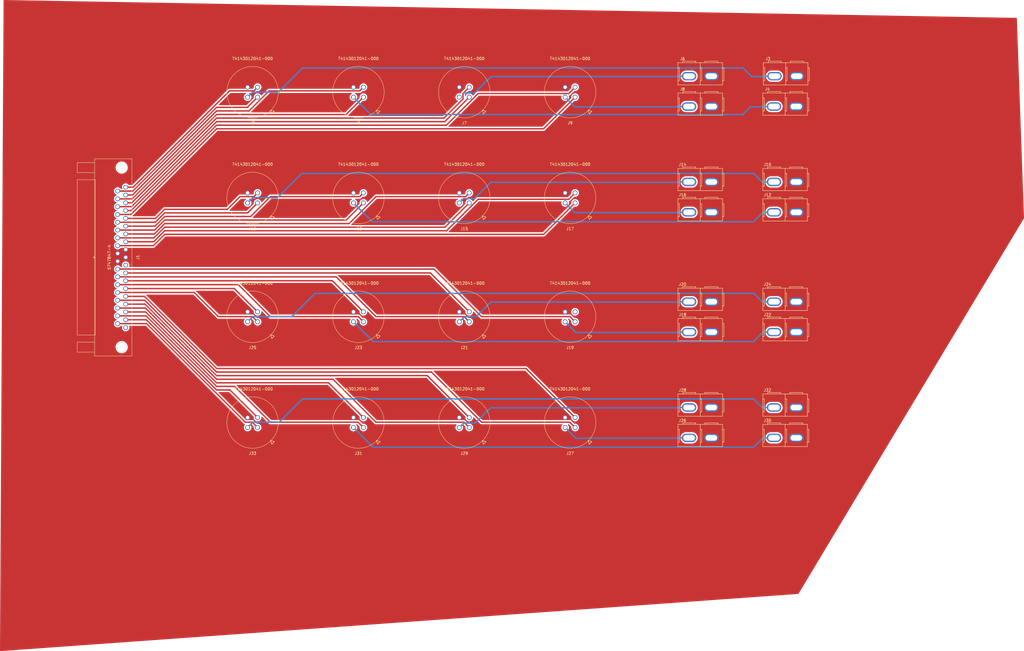
<source format=kicad_pcb>
(kicad_pcb (version 20221018) (generator pcbnew)
  (title_block (title "Voltage Input Breakout Board") (date "2023-03-24") (rev "C") (company "Missouri S&T Rocket Design Team") (comment 3 "Advisors: Jacob King, Seth Sievers") (comment 4 "Author: Andrew Matteson"))
  (layers (0 "F.Cu" signal) (31 "B.Cu" signal) (34 "B.Paste" user) (35 "F.Paste" user) (36 "B.SilkS" user "B.Silkscreen") (37 "F.SilkS" user "F.Silkscreen") (38 "B.Mask" user) (39 "F.Mask" user) (44 "Edge.Cuts" user))
  (net 0 "")
  (net 2 "/Al15+")
  (net 3 "/Al14+")
  (net 4 "/Al13+")
  (net 5 "/Al12+")
  (net 6 "/Al11+")
  (net 7 "/Al10+")
  (net 8 "/Al9+")
  (net 9 "/Al8+")
  (net 10 "GND")
  (net 11 "/Al7+")
  (net 12 "/Al6+")
  (net 13 "/Al5+")
  (net 14 "/Al4+")
  (net 15 "/Al3+")
  (net 16 "/Al2+")
  (net 17 "/Al1+")
  (net 18 "/Al0+")
  (net 19 "/Al15-")
  (net 20 "/Al14-")
  (net 21 "/Al13-")
  (net 22 "/Al12-")
  (net 23 "/Al11-")
  (net 24 "/Al10-")
  (net 25 "/Al9-")
  (net 26 "/Al8-")
  (net 27 "/Al7-")
  (net 28 "/Al6-")
  (net 29 "/Al5-")
  (net 30 "/Al4-")
  (net 31 "/Al3-")
  (net 32 "/Al2-")
  (net 33 "/Al1-")
  (net 34 "/Al0-")
  (net 35 "Net-(J3-Pin_2)")
  (net 36 "Net-(J4-Pin_2)")
  (net 37 "Net-(J6-Pin_2)")
  (net 38 "Net-(J8-Pin_2)")
  (net 39 "Net-(J10-Pin_2)")
  (net 40 "Net-(J12-Pin_2)")
  (net 41 "Net-(J14-Pin_2)")
  (net 42 "Net-(J16-Pin_2)")
  (net 43 "Net-(J18-Pin_2)")
  (net 44 "Net-(J20-Pin_2)")
  (net 45 "Net-(J22-Pin_2)")
  (net 46 "Net-(J24-Pin_2)")
  (net 47 "Net-(J26-Pin_2)")
  (net 48 "Net-(J28-Pin_2)")
  (net 49 "Net-(J30-Pin_2)")
  (net 50 "Net-(J32-Pin_2)")
  (footprint "MRDT_Connectors:Square_Anderson_2_V_Side_By_Side" (layer "F.Cu") (at 272.42 145.952429 180)
    (fp_text reference "J18" (at 6.2 6.3) (layer "F.SilkS"))
    (fp_text value "Conn_01x02")
    (pad "1" thru_hole oval (at -4.037 0.126 90) (size 3 5.1) (drill oval 2 4.1) (layers "*.Cu" "*.Mask") (net 10 "GND"))
    (pad "2" thru_hole oval (at 3.863 0.126 90) (size 3 5.1) (drill oval 2 4.1) (layers "*.Cu" "*.Mask") (net 43 "Net-(J18-Pin_2)"))
  )
  (footprint "custom_libraries:T4143012041-000" (layer "F.Cu") (at 224.584467 176.166541)
    (fp_text reference "J27" (at 1.767767 12.7) (layer "F.SilkS"))
    (fp_text value "T4143012041-000" (at 1.767767 -10.16) (layer "F.SilkS"))
    (fp_text user "*" (at 0 0) (layer "F.SilkS"))
    (pad "1" thru_hole circle (at 3.535533 3.535533) (size 1.7018 1.7018) (drill 1.1938) (layers "*.Cu" "*.Mask") (net 22 "/Al12-"))
    (pad "2" thru_hole circle (at 0.000001 3.535533 90) (size 1.7018 1.7018) (drill 1.1938) (layers "*.Cu" "*.Mask") (net 47 "Net-(J26-Pin_2)"))
    (pad "3" thru_hole circle (at 0.000001 0.000001) (size 1.7018 1.7018) (drill 1.1938) (layers "*.Cu" "*.Mask") (net 10 "GND"))
    (pad "4" thru_hole circle (at 3.535533 0.000001 90) (size 1.7018 1.7018) (drill 1.1938) (layers "*.Cu" "*.Mask") (net 5 "/Al12+"))
  )
  (footprint "custom_libraries:T4143012041-000" (layer "F.Cu") (at 111.961667 176.166541)
    (fp_text reference "J33" (at 1.767767 12.7) (layer "F.SilkS"))
    (fp_text value "T4143012041-000" (at 1.767767 -10.16) (layer "F.SilkS"))
    (fp_text user "*" (at 0 0) (layer "F.SilkS"))
    (pad "1" thru_hole circle (at 3.535533 3.535533) (size 1.7018 1.7018) (drill 1.1938) (layers "*.Cu" "*.Mask") (net 19 "/Al15-"))
    (pad "2" thru_hole circle (at 0.000001 3.535533 90) (size 1.7018 1.7018) (drill 1.1938) (layers "*.Cu" "*.Mask") (net 50 "Net-(J32-Pin_2)"))
    (pad "3" thru_hole circle (at 0.000001 0.000001) (size 1.7018 1.7018) (drill 1.1938) (layers "*.Cu" "*.Mask") (net 10 "GND"))
    (pad "4" thru_hole circle (at 3.535533 0.000001 90) (size 1.7018 1.7018) (drill 1.1938) (layers "*.Cu" "*.Mask") (net 2 "/Al15+"))
  )
  (footprint "MRDT_Connectors:Square_Anderson_2_V_Side_By_Side" (layer "F.Cu") (at 272.42 65.879145 180)
    (fp_text reference "J8" (at 6.2 6.3) (layer "F.SilkS"))
    (fp_text value "Conn_01x02")
    (pad "1" thru_hole oval (at -4.037 0.126 90) (size 3 5.1) (drill oval 2 4.1) (layers "*.Cu" "*.Mask") (net 10 "GND"))
    (pad "2" thru_hole oval (at 3.863 0.126 90) (size 3 5.1) (drill oval 2 4.1) (layers "*.Cu" "*.Mask") (net 38 "Net-(J8-Pin_2)"))
  )
  (footprint "custom_libraries:T4143012041-000" (layer "F.Cu") (at 224.584467 138.625941)
    (fp_text reference "J19" (at 1.767767 12.7) (layer "F.SilkS"))
    (fp_text value "T4143012041-000" (at 1.767767 -10.16) (layer "F.SilkS"))
    (fp_text user "*" (at 0 0) (layer "F.SilkS"))
    (pad "1" thru_hole circle (at 3.535533 3.535533) (size 1.7018 1.7018) (drill 1.1938) (layers "*.Cu" "*.Mask") (net 26 "/Al8-"))
    (pad "2" thru_hole circle (at 0.000001 3.535533 90) (size 1.7018 1.7018) (drill 1.1938) (layers "*.Cu" "*.Mask") (net 43 "Net-(J18-Pin_2)"))
    (pad "3" thru_hole circle (at 0.000001 0.000001) (size 1.7018 1.7018) (drill 1.1938) (layers "*.Cu" "*.Mask") (net 10 "GND"))
    (pad "4" thru_hole circle (at 3.535533 0.000001 90) (size 1.7018 1.7018) (drill 1.1938) (layers "*.Cu" "*.Mask") (net 9 "/Al8+"))
  )
  (footprint "custom_libraries:T4143012041-000" (layer "F.Cu") (at 224.584467 96.437341)
    (fp_text reference "J17" (at 1.767767 12.7) (layer "F.SilkS"))
    (fp_text value "T4143012041-000" (at 1.767767 -10.16) (layer "F.SilkS"))
    (fp_text user "*" (at 0 0) (layer "F.SilkS"))
    (pad "1" thru_hole circle (at 3.535533 3.535533) (size 1.7018 1.7018) (drill 1.1938) (layers "*.Cu" "*.Mask") (net 27 "/Al7-"))
    (pad "2" thru_hole circle (at 0.000001 3.535533 90) (size 1.7018 1.7018) (drill 1.1938) (layers "*.Cu" "*.Mask") (net 42 "Net-(J16-Pin_2)"))
    (pad "3" thru_hole circle (at 0.000001 0.000001) (size 1.7018 1.7018) (drill 1.1938) (layers "*.Cu" "*.Mask") (net 10 "GND"))
    (pad "4" thru_hole circle (at 3.535533 0.000001 90) (size 1.7018 1.7018) (drill 1.1938) (layers "*.Cu" "*.Mask") (net 11 "/Al7+"))
  )
  (footprint "MRDT_Connectors:Square_Anderson_2_V_Side_By_Side" (layer "F.Cu") (at 272.42 92.646716 180)
    (fp_text reference "J14" (at 6.2 6.3) (layer "F.SilkS"))
    (fp_text value "Conn_01x02")
    (pad "1" thru_hole oval (at -4.037 0.126 90) (size 3 5.1) (drill oval 2 4.1) (layers "*.Cu" "*.Mask") (net 10 "GND"))
    (pad "2" thru_hole oval (at 3.863 0.126 90) (size 3 5.1) (drill oval 2 4.1) (layers "*.Cu" "*.Mask") (net 41 "Net-(J14-Pin_2)"))
  )
  (footprint "custom_libraries:T4143012041-000" (layer "F.Cu") (at 149.502267 96.437341)
    (fp_text reference "J13" (at 1.767767 12.7) (layer "F.SilkS"))
    (fp_text value "T4143012041-000" (at 1.767767 -10.16) (layer "F.SilkS"))
    (fp_text user "*" (at 0 0) (layer "F.SilkS"))
    (pad "1" thru_hole circle (at 3.535533 3.535533) (size 1.7018 1.7018) (drill 1.1938) (layers "*.Cu" "*.Mask") (net 29 "/Al5-"))
    (pad "2" thru_hole circle (at 0.000001 3.535533 90) (size 1.7018 1.7018) (drill 1.1938) (layers "*.Cu" "*.Mask") (net 40 "Net-(J12-Pin_2)"))
    (pad "3" thru_hole circle (at 0.000001 0.000001) (size 1.7018 1.7018) (drill 1.1938) (layers "*.Cu" "*.Mask") (net 10 "GND"))
    (pad "4" thru_hole circle (at 3.535533 0.000001 90) (size 1.7018 1.7018) (drill 1.1938) (layers "*.Cu" "*.Mask") (net 13 "/Al5+"))
  )
  (footprint "MRDT_Connectors:Square_Anderson_2_V_Side_By_Side" (layer "F.Cu") (at 272.42 183.492574 180)
    (fp_text reference "J26" (at 6.2 6.3) (layer "F.SilkS"))
    (fp_text value "Conn_01x02")
    (pad "1" thru_hole oval (at -4.037 0.126 90) (size 3 5.1) (drill oval 2 4.1) (layers "*.Cu" "*.Mask") (net 10 "GND"))
    (pad "2" thru_hole oval (at 3.863 0.126 90) (size 3 5.1) (drill oval 2 4.1) (layers "*.Cu" "*.Mask") (net 47 "Net-(J26-Pin_2)"))
  )
  (footprint "MRDT_Connectors:Square_Anderson_2_V_Side_By_Side" (layer "F.Cu") (at 272.42 172.72 180)
    (fp_text reference "J28" (at 6.2 6.3) (layer "F.SilkS"))
    (fp_text value "Conn_01x02")
    (pad "1" thru_hole oval (at -4.037 0.126 90) (size 3 5.1) (drill oval 2 4.1) (layers "*.Cu" "*.Mask") (net 10 "GND"))
    (pad "2" thru_hole oval (at 3.863 0.126 90) (size 3 5.1) (drill oval 2 4.1) (layers "*.Cu" "*.Mask") (net 48 "Net-(J28-Pin_2)"))
  )
  (footprint "custom_libraries:T4143012041-000" (layer "F.Cu") (at 187.043867 138.625941)
    (fp_text reference "J21" (at 1.767767 12.7) (layer "F.SilkS"))
    (fp_text value "T4143012041-000" (at 1.767767 -10.16) (layer "F.SilkS"))
    (fp_text user "*" (at 0 0) (layer "F.SilkS"))
    (pad "1" thru_hole circle (at 3.535533 3.535533) (size 1.7018 1.7018) (drill 1.1938) (layers "*.Cu" "*.Mask") (net 25 "/Al9-"))
    (pad "2" thru_hole circle (at 0.000001 3.535533 90) (size 1.7018 1.7018) (drill 1.1938) (layers "*.Cu" "*.Mask") (net 44 "Net-(J20-Pin_2)"))
    (pad "3" thru_hole circle (at 0.000001 0.000001) (size 1.7018 1.7018) (drill 1.1938) (layers "*.Cu" "*.Mask") (net 10 "GND"))
    (pad "4" thru_hole circle (at 3.535533 0.000001 90) (size 1.7018 1.7018) (drill 1.1938) (layers "*.Cu" "*.Mask") (net 8 "/Al9+"))
  )
  (footprint "MRDT_Connectors:Square_Anderson_2_V_Side_By_Side" (layer "F.Cu") (at 302.54 135.179858 180)
    (fp_text reference "J24" (at 6.2 6.3) (layer "F.SilkS"))
    (fp_text value "Conn_01x02")
    (pad "1" thru_hole oval (at -4.037 0.126 90) (size 3 5.1) (drill oval 2 4.1) (layers "*.Cu" "*.Mask") (net 10 "GND"))
    (pad "2" thru_hole oval (at 3.863 0.126 90) (size 3 5.1) (drill oval 2 4.1) (layers "*.Cu" "*.Mask") (net 46 "Net-(J24-Pin_2)"))
  )
  (footprint "custom_libraries:T4143012041-000" (layer "F.Cu") (at 149.502267 138.625941)
    (fp_text reference "J23" (at 1.767767 12.7) (layer "F.SilkS"))
    (fp_text value "T4143012041-000" (at 1.767767 -10.16) (layer "F.SilkS"))
    (fp_text user "*" (at 0 0) (layer "F.SilkS"))
    (pad "1" thru_hole circle (at 3.535533 3.535533) (size 1.7018 1.7018) (drill 1.1938) (layers "*.Cu" "*.Mask") (net 24 "/Al10-"))
    (pad "2" thru_hole circle (at 0.000001 3.535533 90) (size 1.7018 1.7018) (drill 1.1938) (layers "*.Cu" "*.Mask") (net 45 "Net-(J22-Pin_2)"))
    (pad "3" thru_hole circle (at 0.000001 0.000001) (size 1.7018 1.7018) (drill 1.1938) (layers "*.Cu" "*.Mask") (net 10 "GND"))
    (pad "4" thru_hole circle (at 3.535533 0.000001 90) (size 1.7018 1.7018) (drill 1.1938) (layers "*.Cu" "*.Mask") (net 7 "/Al10+"))
  )
  (footprint "MRDT_Connectors:Square_Anderson_2_V_Side_By_Side" (layer "F.Cu") (at 302.54 183.492574 180)
    (fp_text reference "J30" (at 6.2 6.3) (layer "F.SilkS"))
    (fp_text value "Conn_01x02")
    (pad "1" thru_hole oval (at -4.037 0.126 90) (size 3 5.1) (drill oval 2 4.1) (layers "*.Cu" "*.Mask") (net 10 "GND"))
    (pad "2" thru_hole oval (at 3.863 0.126 90) (size 3 5.1) (drill oval 2 4.1) (layers "*.Cu" "*.Mask") (net 49 "Net-(J30-Pin_2)"))
  )
  (footprint "MRDT_Connectors:Square_Anderson_2_V_Side_By_Side" (layer "F.Cu") (at 272.42 135.179858 180)
    (fp_text reference "J20" (at 6.2 6.3) (layer "F.SilkS"))
    (fp_text value "Conn_01x02")
    (pad "1" thru_hole oval (at -4.037 0.126 90) (size 3 5.1) (drill oval 2 4.1) (layers "*.Cu" "*.Mask") (net 10 "GND"))
    (pad "2" thru_hole oval (at 3.863 0.126 90) (size 3 5.1) (drill oval 2 4.1) (layers "*.Cu" "*.Mask") (net 44 "Net-(J20-Pin_2)"))
  )
  (footprint "MRDT_Connectors:Square_Anderson_2_V_Side_By_Side" (layer "F.Cu") (at 302.54 103.419287 180)
    (fp_text reference "J12" (at 6.2 6.3) (layer "F.SilkS"))
    (fp_text value "Conn_01x02")
    (pad "1" thru_hole oval (at -4.037 0.126 90) (size 3 5.1) (drill oval 2 4.1) (layers "*.Cu" "*.Mask") (net 10 "GND"))
    (pad "2" thru_hole oval (at 3.863 0.126 90) (size 3 5.1) (drill oval 2 4.1) (layers "*.Cu" "*.Mask") (net 40 "Net-(J12-Pin_2)"))
  )
  (footprint "custom_libraries:T4143012041-000" (layer "F.Cu") (at 187.043867 96.437341)
    (fp_text reference "J15" (at 1.767767 12.7) (layer "F.SilkS"))
    (fp_text value "T4143012041-000" (at 1.767767 -10.16) (layer "F.SilkS"))
    (fp_text user "*" (at 0 0) (layer "F.SilkS"))
    (pad "1" thru_hole circle (at 3.535533 3.535533) (size 1.7018 1.7018) (drill 1.1938) (layers "*.Cu" "*.Mask") (net 28 "/Al6-"))
    (pad "2" thru_hole circle (at 0.000001 3.535533 90) (size 1.7018 1.7018) (drill 1.1938) (layers "*.Cu" "*.Mask") (net 41 "Net-(J14-Pin_2)"))
    (pad "3" thru_hole circle (at 0.000001 0.000001) (size 1.7018 1.7018) (drill 1.1938) (layers "*.Cu" "*.Mask") (net 10 "GND"))
    (pad "4" thru_hole circle (at 3.535533 0.000001 90) (size 1.7018 1.7018) (drill 1.1938) (layers "*.Cu" "*.Mask") (net 12 "/Al6+"))
  )
  (footprint "MRDT_Connectors:Square_Anderson_2_V_Side_By_Side" (layer "F.Cu") (at 302.54 172.72 180)
    (fp_text reference "J32" (at 6.2 6.3) (layer "F.SilkS"))
    (fp_text value "Conn_01x02")
    (pad "1" thru_hole oval (at -4.037 0.126 90) (size 3 5.1) (drill oval 2 4.1) (layers "*.Cu" "*.Mask") (net 10 "GND"))
    (pad "2" thru_hole oval (at 3.863 0.126 90) (size 3 5.1) (drill oval 2 4.1) (layers "*.Cu" "*.Mask") (net 50 "Net-(J32-Pin_2)"))
  )
  (footprint "custom_libraries:T4143012041-000" (layer "F.Cu") (at 149.502267 176.166541)
    (fp_text reference "J31" (at 1.767767 12.7) (layer "F.SilkS"))
    (fp_text value "T4143012041-000" (at 1.767767 -10.16) (layer "F.SilkS"))
    (fp_text user "*" (at 0 0) (layer "F.SilkS"))
    (pad "1" thru_hole circle (at 3.535533 3.535533) (size 1.7018 1.7018) (drill 1.1938) (layers "*.Cu" "*.Mask") (net 20 "/Al14-"))
    (pad "2" thru_hole circle (at 0.000001 3.535533 90) (size 1.7018 1.7018) (drill 1.1938) (layers "*.Cu" "*.Mask") (net 49 "Net-(J30-Pin_2)"))
    (pad "3" thru_hole circle (at 0.000001 0.000001) (size 1.7018 1.7018) (drill 1.1938) (layers "*.Cu" "*.Mask") (net 10 "GND"))
    (pad "4" thru_hole circle (at 3.535533 0.000001 90) (size 1.7018 1.7018) (drill 1.1938) (layers "*.Cu" "*.Mask") (net 3 "/Al14+"))
  )
  (footprint "custom_libraries:5747847-4" (layer "F.Cu") (at 57.798267 119.299374 90)
    (fp_text reference "J1" (at 0 15.24 90) (layer "F.SilkS"))
    (fp_text value "5747847-4" (at 0 5.08 90) (layer "F.SilkS"))
    (fp_text user "*" (at 0 0 90) (layer "F.SilkS"))
    (pad "1" thru_hole circle (at -24.9174 10.922 90) (size 1.651 1.651) (drill 1.143) (layers "*.Cu" "*.Mask"))
    (pad "2" thru_hole circle (at -22.1488 10.922 90) (size 1.651 1.651) (drill 1.143) (layers "*.Cu" "*.Mask") (net 2 "/Al15+"))
    (pad "3" thru_hole circle (at -19.3802 10.922 90) (size 1.651 1.651) (drill 1.143) (layers "*.Cu" "*.Mask") (net 3 "/Al14+"))
    (pad "4" thru_hole circle (at -16.6116 10.922 90) (size 1.651 1.651) (drill 1.143) (layers "*.Cu" "*.Mask") (net 4 "/Al13+"))
    (pad "5" thru_hole circle (at -13.843 10.922 90) (size 1.651 1.651) (drill 1.143) (layers "*.Cu" "*.Mask") (net 5 "/Al12+"))
    (pad "6" thru_hole circle (at -11.0744 10.922 90) (size 1.651 1.651) (drill 1.143) (layers "*.Cu" "*.Mask") (net 6 "/Al11+"))
    (pad "7" thru_hole circle (at -8.3058 10.922 90) (size 1.651 1.651) (drill 1.143) (layers "*.Cu" "*.Mask") (net 7 "/Al10+"))
    (pad "8" thru_hole circle (at -5.5372 10.922 90) (size 1.651 1.651) (drill 1.143) (layers "*.Cu" "*.Mask") (net 8 "/Al9+"))
    (pad "9" thru_hole circle (at -2.7686 10.922 90) (size 1.651 1.651) (drill 1.143) (layers "*.Cu" "*.Mask") (net 9 "/Al8+"))
    (pad "10" thru_hole circle (at 0 10.922 90) (size 1.651 1.651) (drill 1.143) (layers "*.Cu" "*.Mask") (net 10 "GND"))
    (pad "11" thru_hole circle (at 2.7686 10.922 90) (size 1.651 1.651) (drill 1.143) (layers "*.Cu" "*.Mask") (net 10 "GND"))
    (pad "12" thru_hole circle (at 5.5372 10.922 90) (size 1.651 1.651) (drill 1.143) (layers "*.Cu" "*.Mask") (net 11 "/Al7+"))
    (pad "13" thru_hole circle (at 8.3058 10.922 90) (size 1.651 1.651) (drill 1.143) (layers "*.Cu" "*.Mask") (net 12 "/Al6+"))
    (pad "14" thru_hole circle (at 11.0744 10.922 90) (size 1.651 1.651) (drill 1.143) (layers "*.Cu" "*.Mask") (net 13 "/Al5+"))
    (pad "15" thru_hole circle (at 13.843 10.922 90) (size 1.651 1.651) (drill 1.143) (layers "*.Cu" "*.Mask") (net 14 "/Al4+"))
    (pad "16" thru_hole circle (at 16.6116 10.922 90) (size 1.651 1.651) (drill 1.143) (layers "*.Cu" "*.Mask") (net 15 "/Al3+"))
    (pad "17" thru_hole circle (at 19.3802 10.922 90) (size 1.651 1.651) (drill 1.143) (layers "*.Cu" "*.Mask") (net 16 "/Al2+"))
    (pad "18" thru_hole circle (at 22.1488 10.922 90) (size 1.651 1.651) (drill 1.143) (layers "*.Cu" "*.Mask") (net 17 "/Al1+"))
    (pad "19" thru_hole circle (at 24.9174 10.922 90) (size 1.651 1.651) (drill 1.143) (layers "*.Cu" "*.Mask") (net 18 "/Al0+"))
    (pad "20" thru_hole circle (at -23.5331 8.0772 90) (size 1.651 1.651) (drill 1.143) (layers "*.Cu" "*.Mask") (net 19 "/Al15-"))
    (pad "21" thru_hole circle (at -20.7645 8.0772 90) (size 1.651 1.651) (drill 1.143) (layers "*.Cu" "*.Mask") (net 20 "/Al14-"))
    (pad "22" thru_hole circle (at -17.9959 8.0772 90) (size 1.651 1.651) (drill 1.143) (layers "*.Cu" "*.Mask") (net 21 "/Al13-"))
    (pad "23" thru_hole circle (at -15.2273 8.0772 90) (size 1.651 1.651) (drill 1.143) (layers "*.Cu" "*.Mask") (net 22 "/Al12-"))
    (pad "24" thru_hole circle (at -12.4587 8.0772 90) (size 1.651 1.651) (drill 1.143) (layers "*.Cu" "*.Mask") (net 23 "/Al11-"))
    (pad "25" thru_hole circle (at -9.6901 8.0772 90) (size 1.651 1.651) (drill 1.143) (layers "*.Cu" "*.Mask") (net 24 "/Al10-"))
    (pad "26" thru_hole circle (at -6.9215 8.0772 90) (size 1.651 1.651) (drill 1.143) (layers "*.Cu" "*.Mask") (net 25 "/Al9-"))
    (pad "27" thru_hole circle (at -4.1529 8.0772 90) (size 1.651 1.651) (drill 1.143) (layers "*.Cu" "*.Mask") (net 26 "/Al8-"))
    (pad "28" thru_hole circle (at -1.3843 8.0772 90) (size 1.651 1.651) (drill 1.143) (layers "*.Cu" "*.Mask") (net 10 "GND"))
    (pad "29" thru_hole circle (at 1.3843 8.0772 90) (size 1.651 1.651) (drill 1.143) (layers "*.Cu" "*.Mask") (net 10 "GND"))
    (pad "30" thru_hole circle (at 4.1529 8.0772 90) (size 1.651 1.651) (drill 1.143) (layers "*.Cu" "*.Mask") (net 27 "/Al7-"))
    (pad "31" thru_hole circle (at 6.9215 8.0772 90) (size 1.651 1.651) (drill 1.143) (layers "*.Cu" "*.Mask") (net 28 "/Al6-"))
    (pad "32" thru_hole circle (at 9.6901 8.0772 90) (size 1.651 1.651) (drill 1.143) (layers "*.Cu" "*.Mask") (net 29 "/Al5-"))
    (pad "33" thru_hole circle (at 12.4587 8.0772 90) (size 1.651 1.651) (drill 1.143) (layers "*.Cu" "*.Mask") (net 30 "/Al4-"))
    (pad "34" thru_hole circle (at 15.2273 8.0772 90) (size 1.651 1.651) (drill 1.143) (layers "*.Cu" "*.Mask") (net 31 "/Al3-"))
    (pad "35" thru_hole circle (at 17.9959 8.0772 90) (size 1.651 1.651) (drill 1.143) (layers "*.Cu" "*.Mask") (net 32 "/Al2-"))
    (pad "36" thru_hole circle (at 20.7645 8.0772 90) (size 1.651 1.651) (drill 1.143) (layers "*.Cu" "*.Mask") (net 33 "/Al1-"))
    (pad "37" thru_hole circle (at 23.5331 8.0772 90) (size 1.651 1.651) (drill 1.143) (layers "*.Cu" "*.Mask") (net 34 "/Al0-"))
    (pad "38" thru_hole circle (at -31.877 9.4996 90) (size 3.302 3.302) (drill 3.302) (layers "*.Cu" "*.Mask"))
    (pad "39" thru_hole circle (at 31.877 9.4996 90) (size 3.302 3.302) (drill 3.302) (layers "*.Cu" "*.Mask"))
  )
  (footprint "MRDT_Connectors:Square_Anderson_2_V_Side_By_Side" (layer "F.Cu") (at 302.54 92.646716 180)
    (fp_text reference "J10" (at 6.2 6.3) (layer "F.SilkS"))
    (fp_text value "Conn_01x02")
    (pad "1" thru_hole oval (at -4.037 0.126 90) (size 3 5.1) (drill oval 2 4.1) (layers "*.Cu" "*.Mask") (net 10 "GND"))
    (pad "2" thru_hole oval (at 3.863 0.126 90) (size 3 5.1) (drill oval 2 4.1) (layers "*.Cu" "*.Mask") (net 39 "Net-(J10-Pin_2)"))
  )
  (footprint "custom_libraries:T4143012041-000" (layer "F.Cu") (at 187.043533 58.896741)
    (fp_text reference "J7" (at 1.767767 12.7) (layer "F.SilkS"))
    (fp_text value "T4143012041-000" (at 1.767767 -10.16) (layer "F.SilkS"))
    (fp_text user "*" (at 0 0) (layer "F.SilkS"))
    (pad "1" thru_hole circle (at 3.535533 3.535533) (size 1.7018 1.7018) (drill 1.1938) (layers "*.Cu" "*.Mask") (net 32 "/Al2-"))
    (pad "2" thru_hole circle (at 0.000001 3.535533 90) (size 1.7018 1.7018) (drill 1.1938) (layers "*.Cu" "*.Mask") (net 37 "Net-(J6-Pin_2)"))
    (pad "3" thru_hole circle (at 0.000001 0.000001) (size 1.7018 1.7018) (drill 1.1938) (layers "*.Cu" "*.Mask") (net 10 "GND"))
    (pad "4" thru_hole circle (at 3.535533 0.000001 90) (size 1.7018 1.7018) (drill 1.1938) (layers "*.Cu" "*.Mask") (net 16 "/Al2+"))
  )
  (footprint "MRDT_Connectors:Square_Anderson_2_V_Side_By_Side" (layer "F.Cu") (at 272.42 103.419287 180)
    (fp_text reference "J16" (at 6.2 6.3) (layer "F.SilkS"))
    (fp_text value "Conn_01x02")
    (pad "1" thru_hole oval (at -4.037 0.126 90) (size 3 5.1) (drill oval 2 4.1) (layers "*.Cu" "*.Mask") (net 10 "GND"))
    (pad "2" thru_hole oval (at 3.863 0.126 90) (size 3 5.1) (drill oval 2 4.1) (layers "*.Cu" "*.Mask") (net 42 "Net-(J16-Pin_2)"))
  )
  (footprint "custom_libraries:T4143012041-000" (layer "F.Cu") (at 149.5026 58.896741)
    (fp_text reference "J5" (at 1.767767 12.7) (layer "F.SilkS"))
    (fp_text value "T4143012041-000" (at 1.767767 -10.16) (layer "F.SilkS"))
    (fp_text user "*" (at 0 0) (layer "F.SilkS"))
    (pad "1" thru_hole circle (at 3.535533 3.535533) (size 1.7018 1.7018) (drill 1.1938) (layers "*.Cu" "*.Mask") (net 33 "/Al1-"))
    (pad "2" thru_hole circle (at 0.000001 3.535533 90) (size 1.7018 1.7018) (drill 1.1938) (layers "*.Cu" "*.Mask") (net 36 "Net-(J4-Pin_2)"))
    (pad "3" thru_hole circle (at 0.000001 0.000001) (size 1.7018 1.7018) (drill 1.1938) (layers "*.Cu" "*.Mask") (net 10 "GND"))
    (pad "4" thru_hole circle (at 3.535533 0.000001 90) (size 1.7018 1.7018) (drill 1.1938) (layers "*.Cu" "*.Mask") (net 17 "/Al1+"))
  )
  (footprint "custom_libraries:T4143012041-000" (layer "F.Cu") (at 187.043867 176.166541)
    (fp_text reference "J29" (at 1.767767 12.7) (layer "F.SilkS"))
    (fp_text value "T4143012041-000" (at 1.767767 -10.16) (layer "F.SilkS"))
    (fp_text user "*" (at 0 0) (layer "F.SilkS"))
    (pad "1" thru_hole circle (at 3.535533 3.535533) (size 1.7018 1.7018) (drill 1.1938) (layers "*.Cu" "*.Mask") (net 21 "/Al13-"))
    (pad "2" thru_hole circle (at 0.000001 3.535533 90) (size 1.7018 1.7018) (drill 1.1938) (layers "*.Cu" "*.Mask") (net 48 "Net-(J28-Pin_2)"))
    (pad "3" thru_hole circle (at 0.000001 0.000001) (size 1.7018 1.7018) (drill 1.1938) (layers "*.Cu" "*.Mask") (net 10 "GND"))
    (pad "4" thru_hole circle (at 3.535533 0.000001 90) (size 1.7018 1.7018) (drill 1.1938) (layers "*.Cu" "*.Mask") (net 4 "/Al13+"))
  )
  (footprint "custom_libraries:T4143012041-000" (layer "F.Cu") (at 111.961667 96.437341)
    (fp_text reference "J11" (at 1.767767 12.7) (layer "F.SilkS"))
    (fp_text value "T4143012041-000" (at 1.767767 -10.16) (layer "F.SilkS"))
    (fp_text user "*" (at 0 0) (layer "F.SilkS"))
    (pad "1" thru_hole circle (at 3.535533 3.535533) (size 1.7018 1.7018) (drill 1.1938) (layers "*.Cu" "*.Mask") (net 30 "/Al4-"))
    (pad "2" thru_hole circle (at 0.000001 3.535533 90) (size 1.7018 1.7018) (drill 1.1938) (layers "*.Cu" "*.Mask") (net 39 "Net-(J10-Pin_2)"))
    (pad "3" thru_hole circle (at 0.000001 0.000001) (size 1.7018 1.7018) (drill 1.1938) (layers "*.Cu" "*.Mask") (net 10 "GND"))
    (pad "4" thru_hole circle (at 3.535533 0.000001 90) (size 1.7018 1.7018) (drill 1.1938) (layers "*.Cu" "*.Mask") (net 14 "/Al4+"))
  )
  (footprint "MRDT_Connectors:Square_Anderson_2_V_Side_By_Side" (layer "F.Cu") (at 302.54 145.952429 180)
    (fp_text reference "J22" (at 6.2 6.3) (layer "F.SilkS"))
    (fp_text value "Conn_01x02")
    (pad "1" thru_hole oval (at -4.037 0.126 90) (size 3 5.1) (drill oval 2 4.1) (layers "*.Cu" "*.Mask") (net 10 "GND"))
    (pad "2" thru_hole oval (at 3.863 0.126 90) (size 3 5.1) (drill oval 2 4.1) (layers "*.Cu" "*.Mask") (net 45 "Net-(J22-Pin_2)"))
  )
  (footprint "custom_libraries:T4143012041-000" (layer "F.Cu") (at 111.961667 58.896741)
    (fp_text reference "J2" (at 1.767767 12.7) (layer "F.SilkS"))
    (fp_text value "T4143012041-000" (at 1.767767 -10.16) (layer "F.SilkS"))
    (fp_text user "*" (at 0 0) (layer "F.SilkS"))
    (pad "1" thru_hole circle (at 3.535533 3.535533) (size 1.7018 1.7018) (drill 1.1938) (layers "*.Cu" "*.Mask") (net 34 "/Al0-"))
    (pad "2" thru_hole circle (at 0.000001 3.535533 90) (size 1.7018 1.7018) (drill 1.1938) (layers "*.Cu" "*.Mask") (net 35 "Net-(J3-Pin_2)"))
    (pad "3" thru_hole circle (at 0.000001 0.000001) (size 1.7018 1.7018) (drill 1.1938) (layers "*.Cu" "*.Mask") (net 10 "GND"))
    (pad "4" thru_hole circle (at 3.535533 0.000001 90) (size 1.7018 1.7018) (drill 1.1938) (layers "*.Cu" "*.Mask") (net 18 "/Al0+"))
  )
  (footprint "custom_libraries:T4143012041-000" (layer "F.Cu") (at 111.961667 138.625941)
    (fp_text reference "J25" (at 1.767767 12.7) (layer "F.SilkS"))
    (fp_text value "T4143012041-000" (at 1.767767 -10.16) (layer "F.SilkS"))
    (fp_text user "*" (at 0 0) (layer "F.SilkS"))
    (pad "1" thru_hole circle (at 3.535533 3.535533) (size 1.7018 1.7018) (drill 1.1938) (layers "*.Cu" "*.Mask") (net 23 "/Al11-"))
    (pad "2" thru_hole circle (at 0.000001 3.535533 90) (size 1.7018 1.7018) (drill 1.1938) (layers "*.Cu" "*.Mask") (net 46 "Net-(J24-Pin_2)"))
    (pad "3" thru_hole circle (at 0.000001 0.000001) (size 1.7018 1.7018) (drill 1.1938) (layers "*.Cu" "*.Mask") (net 10 "GND"))
    (pad "4" thru_hole circle (at 3.535533 0.000001 90) (size 1.7018 1.7018) (drill 1.1938) (layers "*.Cu" "*.Mask") (net 6 "/Al11+"))
  )
  (footprint "custom_libraries:T4143012041-000" (layer "F.Cu") (at 224.584467 58.896741)
    (fp_text reference "J9" (at 1.767767 12.7) (layer "F.SilkS"))
    (fp_text value "T4143012041-000" (at 1.767767 -10.16) (layer "F.SilkS"))
    (fp_text user "*" (at 0 0) (layer "F.SilkS"))
    (pad "1" thru_hole circle (at 3.535533 3.535533) (size 1.7018 1.7018) (drill 1.1938) (layers "*.Cu" "*.Mask") (net 31 "/Al3-"))
    (pad "2" thru_hole circle (at 0.000001 3.535533 90) (size 1.7018 1.7018) (drill 1.1938) (layers "*.Cu" "*.Mask") (net 38 "Net-(J8-Pin_2)"))
    (pad "3" thru_hole circle (at 0.000001 0.000001) (size 1.7018 1.7018) (drill 1.1938) (layers "*.Cu" "*.Mask") (net 10 "GND"))
    (pad "4" thru_hole circle (at 3.535533 0.000001 90) (size 1.7018 1.7018) (drill 1.1938) (layers "*.Cu" "*.Mask") (net 15 "/Al3+"))
  )
  (footprint "MRDT_Connectors:Square_Anderson_2_V_Side_By_Side" (layer "F.Cu") (at 302.54 65.879145 180)
    (fp_text reference "J4" (at 6.2 6.3) (layer "F.SilkS"))
    (fp_text value "Conn_01x02")
    (pad "1" thru_hole oval (at -4.037 0.126 90) (size 3 5.1) (drill oval 2 4.1) (layers "*.Cu" "*.Mask") (net 10 "GND"))
    (pad "2" thru_hole oval (at 3.863 0.126 90) (size 3 5.1) (drill oval 2 4.1) (layers "*.Cu" "*.Mask") (net 36 "Net-(J4-Pin_2)"))
  )
  (footprint "MRDT_Connectors:Square_Anderson_2_V_Side_By_Side" (layer "F.Cu") (at 272.42 55.106574 180)
    (fp_text reference "J6" (at 6.2 6.3) (layer "F.SilkS"))
    (fp_text value "Conn_01x02")
    (pad "1" thru_hole oval (at -4.037 0.126 90) (size 3 5.1) (drill oval 2 4.1) (layers "*.Cu" "*.Mask") (net 10 "GND"))
    (pad "2" thru_hole oval (at 3.863 0.126 90) (size 3 5.1) (drill oval 2 4.1) (layers "*.Cu" "*.Mask") (net 37 "Net-(J6-Pin_2)"))
  )
  (footprint "MRDT_Connectors:Square_Anderson_2_V_Side_By_Side" (layer "F.Cu") (at 302.72 55.106574 180)
    (fp_text reference "J3" (at 6.2 6.3) (layer "F.SilkS"))
    (fp_text value "Conn_01x02")
    (pad "1" thru_hole oval (at -4.037 0.126 90) (size 3 5.1) (drill oval 2 4.1) (layers "*.Cu" "*.Mask") (net 10 "GND"))
    (pad "2" thru_hole oval (at 3.863 0.126 90) (size 3 5.1) (drill oval 2 4.1) (layers "*.Cu" "*.Mask") (net 35 "Net-(J3-Pin_2)"))
  )
  (gr_rect (start 57.797 44.3695) (end 316.877 194.2295) (stroke (width 0.2)) (fill none) (layer "F.Cu"))
  (segment (start 76.043174 141.448174) (end 68.720267 141.448174) (width 0.5) (layer "F.Cu") (net 2))
  (segment (start 115.4972 176.166542) (end 105.700658 166.37) (width 0.5) (layer "F.Cu") (net 2))
  (segment (start 105.700658 166.37) (end 100.965 166.37) (width 0.5) (layer "F.Cu") (net 2))
  (segment (start 100.965 166.37) (end 76.043174 141.448174) (width 0.5) (layer "F.Cu") (net 2))
  (segment (start 140.701258 163.83) (end 100.965 163.83) (width 0.5) (layer "F.Cu") (net 3))
  (segment (start 153.0378 176.166542) (end 140.701258 163.83) (width 0.5) (layer "F.Cu") (net 3))
  (segment (start 75.814574 138.679574) (end 68.720267 138.679574) (width 0.5) (layer "F.Cu") (net 3))
  (segment (start 100.965 163.83) (end 75.814574 138.679574) (width 0.5) (layer "F.Cu") (net 3))
  (segment (start 75.585974 135.910974) (end 68.720267 135.910974) (width 0.5) (layer "F.Cu") (net 4))
  (segment (start 100.965 161.29) (end 75.585974 135.910974) (width 0.5) (layer "F.Cu") (net 4))
  (segment (start 190.5794 176.166542) (end 175.702858 161.29) (width 0.5) (layer "F.Cu") (net 4))
  (segment (start 175.702858 161.29) (end 100.965 161.29) (width 0.5) (layer "F.Cu") (net 4))
  (segment (start 228.12 176.166542) (end 210.703458 158.75) (width 0.5) (layer "F.Cu") (net 5))
  (segment (start 210.703458 158.75) (end 100.965 158.75) (width 0.5) (layer "F.Cu") (net 5))
  (segment (start 75.357374 133.142374) (end 68.720267 133.142374) (width 0.5) (layer "F.Cu") (net 5))
  (segment (start 100.965 158.75) (end 75.357374 133.142374) (width 0.5) (layer "F.Cu") (net 5))
  (segment (start 115.4972 138.625942) (end 107.245032 130.373774) (width 0.5) (layer "F.Cu") (net 6))
  (segment (start 107.245032 130.373774) (end 68.720267 130.373774) (width 0.5) (layer "F.Cu") (net 6))
  (segment (start 142.017032 127.605174) (end 68.720267 127.605174) (width 0.5) (layer "F.Cu") (net 7))
  (segment (start 153.0378 138.625942) (end 142.017032 127.605174) (width 0.5) (layer "F.Cu") (net 7))
  (segment (start 190.5794 138.625942) (end 176.790032 124.836574) (width 0.5) (layer "F.Cu") (net 8))
  (segment (start 176.790032 124.836574) (end 68.720267 124.836574) (width 0.5) (layer "F.Cu") (net 8))
  (segment (start 78.642826 113.762174) (end 68.720267 113.762174) (width 0.5) (layer "F.Cu") (net 11))
  (segment (start 82.55 109.855) (end 78.642826 113.762174) (width 0.5) (layer "F.Cu") (net 11))
  (segment (start 225.885368 98.671974) (end 193.720051 98.671974) (width 0.5) (layer "F.Cu") (net 11))
  (segment (start 228.12 96.437342) (end 225.885368 98.671974) (width 0.5) (layer "F.Cu") (net 11))
  (segment (start 193.720051 98.671974) (end 182.537025 109.855) (width 0.5) (layer "F.Cu") (net 11))
  (segment (start 182.537025 109.855) (end 82.55 109.855) (width 0.5) (layer "F.Cu") (net 11))
  (segment (start 147.955 107.315) (end 82.55 107.315) (width 0.5) (layer "F.Cu") (net 12))
  (segment (start 190.5794 96.437342) (end 189.2785 97.738242) (width 0.5) (layer "F.Cu") (net 12))
  (segment (start 157.531758 97.738242) (end 147.955 107.315) (width 0.5) (layer "F.Cu") (net 12))
  (segment (start 82.55 107.315) (end 78.871426 110.993574) (width 0.5) (layer "F.Cu") (net 12))
  (segment (start 189.2785 97.738242) (end 157.531758 97.738242) (width 0.5) (layer "F.Cu") (net 12))
  (segment (start 78.871426 110.993574) (end 68.720267 110.993574) (width 0.5) (layer "F.Cu") (net 12))
  (segment (start 120.066758 97.738242) (end 113.03 104.775) (width 0.5) (layer "F.Cu") (net 13))
  (segment (start 151.7369 97.738242) (end 120.066758 97.738242) (width 0.5) (layer "F.Cu") (net 13))
  (segment (start 82.55 104.775) (end 79.100026 108.224974) (width 0.5) (layer "F.Cu") (net 13))
  (segment (start 79.100026 108.224974) (end 68.720267 108.224974) (width 0.5) (layer "F.Cu") (net 13))
  (segment (start 153.0378 96.437342) (end 151.7369 97.738242) (width 0.5) (layer "F.Cu") (net 13))
  (segment (start 113.03 104.775) (end 82.55 104.775) (width 0.5) (layer "F.Cu") (net 13))
  (segment (start 114.1963 97.738242) (end 109.271758 97.738242) (width 0.5) (layer "F.Cu") (net 14))
  (segment (start 79.328626 105.456374) (end 68.720267 105.456374) (width 0.5) (layer "F.Cu") (net 14))
  (segment (start 115.4972 96.437342) (end 114.1963 97.738242) (width 0.5) (layer "F.Cu") (net 14))
  (segment (start 82.55 102.235) (end 79.328626 105.456374) (width 0.5) (layer "F.Cu") (net 14))
  (segment (start 104.775 102.235) (end 82.55 102.235) (width 0.5) (layer "F.Cu") (net 14))
  (segment (start 109.271758 97.738242) (end 104.775 102.235) (width 0.5) (layer "F.Cu") (net 14))
  (segment (start 100.965 72.39) (end 70.667226 102.687774) (width 0.5) (layer "F.Cu") (net 15))
  (segment (start 228.12 58.896742) (end 225.885368 61.131374) (width 0.5) (layer "F.Cu") (net 15))
  (segment (start 182.461091 72.39) (end 100.965 72.39) (width 0.5) (layer "F.Cu") (net 15))
  (segment (start 225.885368 61.131374) (end 193.719717 61.131374) (width 0.5) (layer "F.Cu") (net 15))
  (segment (start 70.667226 102.687774) (end 68.720267 102.687774) (width 0.5) (layer "F.Cu") (net 15))
  (segment (start 193.719717 61.131374) (end 182.461091 72.39) (width 0.5) (layer "F.Cu") (net 15))
  (segment (start 68.720267 99.919174) (end 70.895826 99.919174) (width 0.5) (layer "F.Cu") (net 16))
  (segment (start 181.61 69.85) (end 188.344434 63.115566) (width 0.5) (layer "F.Cu") (net 16))
  (segment (start 188.344434 61.131374) (end 190.579066 58.896742) (width 0.5) (layer "F.Cu") (net 16))
  (segment (start 188.344434 63.115566) (end 188.344434 61.131374) (width 0.5) (layer "F.Cu") (net 16))
  (segment (start 100.965 69.85) (end 181.61 69.85) (width 0.5) (layer "F.Cu") (net 16))
  (segment (start 70.895826 99.919174) (end 100.965 69.85) (width 0.5) (layer "F.Cu") (net 16))
  (segment (start 68.720267 97.150574) (end 71.124426 97.150574) (width 0.5) (layer "F.Cu") (net 17))
  (segment (start 100.965 67.31) (end 112.459225 67.31) (width 0.5) (layer "F.Cu") (net 17))
  (segment (start 119.571583 60.197642) (end 151.737233 60.197642) (width 0.5) (layer "F.Cu") (net 17))
  (segment (start 71.124426 97.150574) (end 100.965 67.31) (width 0.5) (layer "F.Cu") (net 17))
  (segment (start 112.459225 67.31) (end 119.571583 60.197642) (width 0.5) (layer "F.Cu") (net 17))
  (segment (start 151.737233 60.197642) (end 153.038133 58.896742) (width 0.5) (layer "F.Cu") (net 17))
  (segment (start 105.537358 60.197642) (end 114.1963 60.197642) (width 0.5) (layer "F.Cu") (net 18))
  (segment (start 71.353026 94.381974) (end 105.537358 60.197642) (width 0.5) (layer "F.Cu") (net 18))
  (segment (start 114.1963 60.197642) (end 115.4972 58.896742) (width 0.5) (layer "F.Cu") (net 18))
  (segment (start 68.720267 94.381974) (end 71.353026 94.381974) (width 0.5) (layer "F.Cu") (net 18))
  (segment (start 115.4972 179.702074) (end 113.595126 177.8) (width 0.5) (layer "F.Cu") (net 19))
  (segment (start 111.125 177.8) (end 76.157474 142.832474) (width 0.5) (layer "F.Cu") (net 19))
  (segment (start 76.157474 142.832474) (end 65.875467 142.832474) (width 0.5) (layer "F.Cu") (net 19))
  (segment (start 113.595126 177.8) (end 111.125 177.8) (width 0.5) (layer "F.Cu") (net 19))
  (segment (start 153.0378 179.702074) (end 151.7369 178.401174) (width 0.5) (layer "F.Cu") (net 20))
  (segment (start 100.965 165.1) (end 75.928874 140.063874) (width 0.5) (layer "F.Cu") (net 20))
  (segment (start 107.315 165.1) (end 100.965 165.1) (width 0.5) (layer "F.Cu") (net 20))
  (segment (start 151.731174 178.401174) (end 151.13 177.8) (width 0.5) (layer "F.Cu") (net 20))
  (segment (start 120.015 177.8) (end 107.315 165.1) (width 0.5) (layer "F.Cu") (net 20))
  (segment (start 151.13 177.8) (end 120.015 177.8) (width 0.5) (layer "F.Cu") (net 20))
  (segment (start 75.928874 140.063874) (end 65.875467 140.063874) (width 0.5) (layer "F.Cu") (net 20))
  (segment (start 151.7369 178.401174) (end 151.731174 178.401174) (width 0.5) (layer "F.Cu") (net 20))
  (segment (start 75.700274 137.295274) (end 65.875467 137.295274) (width 0.5) (layer "F.Cu") (net 21))
  (segment (start 190.5794 179.702074) (end 188.677326 177.8) (width 0.5) (layer "F.Cu") (net 21))
  (segment (start 157.48 177.8) (end 142.24 162.56) (width 0.5) (layer "F.Cu") (net 21))
  (segment (start 142.24 162.56) (end 100.965 162.56) (width 0.5) (layer "F.Cu") (net 21))
  (segment (start 100.965 162.56) (end 75.700274 137.295274) (width 0.5) (layer "F.Cu") (net 21))
  (segment (start 188.677326 177.8) (end 157.48 177.8) (width 0.5) (layer "F.Cu") (net 21))
  (segment (start 194.945 177.8) (end 177.165 160.02) (width 0.5) (layer "F.Cu") (net 22))
  (segment (start 177.165 160.02) (end 100.965 160.02) (width 0.5) (layer "F.Cu") (net 22))
  (segment (start 228.12 179.702074) (end 226.217926 177.8) (width 0.5) (layer "F.Cu") (net 22))
  (segment (start 226.217926 177.8) (end 194.945 177.8) (width 0.5) (layer "F.Cu") (net 22))
  (segment (start 75.471674 134.526674) (end 65.875467 134.526674) (width 0.5) (layer "F.Cu") (net 22))
  (segment (start 100.965 160.02) (end 75.471674 134.526674) (width 0.5) (layer "F.Cu") (net 22))
  (segment (start 113.665 140.335) (end 101.6 140.335) (width 0.5) (layer "F.Cu") (net 23))
  (segment (start 93.023074 131.758074) (end 65.875467 131.758074) (width 0.5) (layer "F.Cu") (net 23))
  (segment (start 115.4972 142.161474) (end 114.1963 140.860574) (width 0.5) (layer "F.Cu") (net 23))
  (segment (start 114.190574 140.860574) (end 113.665 140.335) (width 0.5) (layer "F.Cu") (net 23))
  (segment (start 114.1963 140.860574) (end 114.190574 140.860574) (width 0.5) (layer "F.Cu") (net 23))
  (segment (start 101.6 140.335) (end 93.023074 131.758074) (width 0.5) (layer "F.Cu") (net 23))
  (segment (start 120.015 140.335) (end 108.585 128.905) (width 0.5) (layer "F.Cu") (net 24))
  (segment (start 151.211326 140.335) (end 120.015 140.335) (width 0.5) (layer "F.Cu") (net 24))
  (segment (start 108.500526 128.989474) (end 65.875467 128.989474) (width 0.5) (layer "F.Cu") (net 24))
  (segment (start 153.0378 142.161474) (end 151.211326 140.335) (width 0.5) (layer "F.Cu") (net 24))
  (segment (start 108.585 128.905) (end 108.500526 128.989474) (width 0.5) (layer "F.Cu") (net 24))
  (segment (start 188.752926 140.335) (end 157.48 140.335) (width 0.5) (layer "F.Cu") (net 25))
  (segment (start 157.48 140.335) (end 143.365874 126.220874) (width 0.5) (layer "F.Cu") (net 25))
  (segment (start 143.365874 126.220874) (end 65.875467 126.220874) (width 0.5) (layer "F.Cu") (net 25))
  (segment (start 190.5794 142.161474) (end 188.752926 140.335) (width 0.5) (layer "F.Cu") (net 25))
  (segment (start 194.945 140.335) (end 178.062274 123.452274) (width 0.5) (layer "F.Cu") (net 26))
  (segment (start 175.26 123.452274) (end 175.632726 123.452274) (width 0.5) (layer "F.Cu") (net 26))
  (segment (start 228.12 142.161474) (end 226.293526 140.335) (width 0.5) (layer "F.Cu") (net 26))
  (segment (start 194.945 140.335) (end 195.58 140.335) (width 0.5) (layer "F.Cu") (net 26))
  (segment (start 201.295 140.335) (end 198.755 140.335) (width 0.5) (layer "F.Cu") (net 26))
  (segment (start 226.293526 140.335) (end 226.06 140.335) (width 0.5) (layer "F.Cu") (net 26))
  (segment (start 178.062274 123.452274) (end 175.26 123.452274) (width 0.5) (layer "F.Cu") (net 26))
  (segment (start 226.06 140.335) (end 201.295 140.335) (width 0.5) (layer "F.Cu") (net 26))
  (segment (start 198.755 140.335) (end 194.945 140.335) (width 0.5) (layer "F.Cu") (net 26))
  (segment (start 65.875467 123.452274) (end 175.26 123.452274) (width 0.5) (layer "F.Cu") (net 26))
  (segment (start 82.55 111.125) (end 78.528526 115.146474) (width 0.5) (layer "F.Cu") (net 27))
  (segment (start 216.967874 111.125) (end 82.55 111.125) (width 0.5) (layer "F.Cu") (net 27))
  (segment (start 78.528526 115.146474) (end 65.875467 115.146474) (width 0.5) (layer "F.Cu") (net 27))
  (segment (start 228.12 99.972874) (end 216.967874 111.125) (width 0.5) (layer "F.Cu") (net 27))
  (segment (start 78.757126 112.377874) (end 65.875467 112.377874) (width 0.5) (layer "F.Cu") (net 28))
  (segment (start 82.55 108.585) (end 78.757126 112.377874) (width 0.5) (layer "F.Cu") (net 28))
  (segment (start 181.967274 108.585) (end 82.55 108.585) (width 0.5) (layer "F.Cu") (net 28))
  (segment (start 190.5794 99.972874) (end 181.967274 108.585) (width 0.5) (layer "F.Cu") (net 28))
  (segment (start 78.985726 109.609274) (end 65.875467 109.609274) (width 0.5) (layer "F.Cu") (net 29))
  (segment (start 146.965674 106.045) (end 82.55 106.045) (width 0.5) (layer "F.Cu") (net 29))
  (segment (start 153.0378 99.972874) (end 146.965674 106.045) (width 0.5) (layer "F.Cu") (net 29))
  (segment (start 82.55 106.045) (end 78.985726 109.609274) (width 0.5) (layer "F.Cu") (net 29))
  (segment (start 82.55 103.505) (end 79.214326 106.840674) (width 0.5) (layer "F.Cu") (net 30))
  (segment (start 111.965074 103.505) (end 82.55 103.505) (width 0.5) (layer "F.Cu") (net 30))
  (segment (start 115.4972 99.972874) (end 111.965074 103.505) (width 0.5) (layer "F.Cu") (net 30))
  (segment (start 79.214326 106.840674) (end 65.875467 106.840674) (width 0.5) (layer "F.Cu") (net 30))
  (segment (start 100.965 73.66) (end 216.892274 73.66) (width 0.5) (layer "F.Cu") (net 31))
  (segment (start 70.552926 104.072074) (end 100.965 73.66) (width 0.5) (layer "F.Cu") (net 31))
  (segment (start 65.875467 104.072074) (end 70.552926 104.072074) (width 0.5) (layer "F.Cu") (net 31))
  (segment (start 216.892274 73.66) (end 228.12 62.432274) (width 0.5) (layer "F.Cu") (net 31))
  (segment (start 190.579066 62.432274) (end 181.89134 71.12) (width 0.5) (layer "F.Cu") (net 32))
  (segment (start 70.781526 101.303474) (end 65.875467 101.303474) (width 0.5) (layer "F.Cu") (net 32))
  (segment (start 100.965 71.12) (end 70.781526 101.303474) (width 0.5) (layer "F.Cu") (net 32))
  (segment (start 181.89134 71.12) (end 100.965 71.12) (width 0.5) (layer "F.Cu") (net 32))
  (segment (start 153.038133 62.432274) (end 146.890407 68.58) (width 0.5) (layer "F.Cu") (net 33))
  (segment (start 100.965 68.58) (end 71.010126 98.534874) (width 0.5) (layer "F.Cu") (net 33))
  (segment (start 146.890407 68.58) (end 100.965 68.58) (width 0.5) (layer "F.Cu") (net 33))
  (segment (start 71.010126 98.534874) (end 65.875467 98.534874) (width 0.5) (layer "F.Cu") (net 33))
  (segment (start 115.4972 62.432274) (end 111.889474 66.04) (width 0.5) (layer "F.Cu") (net 34))
  (segment (start 71.238726 95.766274) (end 65.875467 95.766274) (width 0.5) (layer "F.Cu") (net 34))
  (segment (start 111.889474 66.04) (end 100.965 66.04) (width 0.5) (layer "F.Cu") (net 34))
  (segment (start 100.965 66.04) (end 71.238726 95.766274) (width 0.5) (layer "F.Cu") (net 34))
  (segment (start 290.691574 55.106574) (end 294.64 55.106574) (width 0.5) (layer "B.Cu") (net 35))
  (segment (start 287.655 52.07) (end 290.691574 55.106574) (width 0.5) (layer "B.Cu") (net 35))
  (segment (start 298.857 54.980574) (end 294.766 54.980574) (width 0.5) (layer "B.Cu") (net 35))
  (segment (start 131.445 52.07) (end 287.655 52.07) (width 0.5) (layer "B.Cu") (net 35))
  (segment (start 294.64 55.106574) (end 294.82 55.106574) (width 0.5) (layer "B.Cu") (net 35))
  (segment (start 294.766 54.980574) (end 294.64 55.106574) (width 0.5) (layer "B.Cu") (net 35))
  (segment (start 122.8725 60.6425) (end 131.445 52.07) (width 0.5) (layer "B.Cu") (net 35))
  (segment (start 111.961668 62.432274) (end 113.751442 60.6425) (width 0.5) (layer "B.Cu") (net 35))
  (segment (start 113.751442 60.6425) (end 122.8725 60.6425) (width 0.5) (layer "B.Cu") (net 35))
  (segment (start 298.677 65.753145) (end 294.766 65.753145) (width 0.5) (layer "B.Cu") (net 36))
  (segment (start 294.766 65.753145) (end 294.64 65.879145) (width 0.5) (layer "B.Cu") (net 36))
  (segment (start 294.64 65.879145) (end 290.355855 65.879145) (width 0.5) (layer "B.Cu") (net 36))
  (segment (start 290.355855 65.879145) (end 287.655 68.58) (width 0.5) (layer "B.Cu") (net 36))
  (segment (start 155.650327 68.58) (end 149.502601 62.432274) (width 0.5) (layer "B.Cu") (net 36))
  (segment (start 287.655 68.58) (end 155.650327 68.58) (width 0.5) (layer "B.Cu") (net 36))
  (segment (start 264.646 54.980574) (end 264.52 55.106574) (width 0.5) (layer "B.Cu") (net 37))
  (segment (start 198.258426 55.106574) (end 192.405 60.96) (width 0.5) (layer "B.Cu") (net 37))
  (segment (start 264.52 55.106574) (end 198.258426 55.106574) (width 0.5) (layer "B.Cu") (net 37))
  (segment (start 192.405 60.96) (end 188.515808 60.96) (width 0.5) (layer "B.Cu") (net 37))
  (segment (start 268.557 54.980574) (end 264.646 54.980574) (width 0.5) (layer "B.Cu") (net 37))
  (segment (start 228.031339 65.879145) (end 224.584468 62.432274) (width 0.5) (layer "B.Cu") (net 38))
  (segment (start 264.52 65.879145) (end 228.031339 65.879145) (width 0.5) (layer "B.Cu") (net 38))
  (segment (start 264.646 65.753145) (end 264.52 65.879145) (width 0.5) (layer "B.Cu") (net 38))
  (segment (start 268.557 65.753145) (end 264.646 65.753145) (width 0.5) (layer "B.Cu") (net 38))
  (segment (start 122.555 98.1075) (end 113.827042 98.1075) (width 0.5) (layer "B.Cu") (net 39))
  (segment (start 113.827042 98.1075) (end 111.961668 99.972874) (width 0.5) (layer "B.Cu") (net 39))
  (segment (start 291.528284 89.535) (end 131.1275 89.535) (width 0.5) (layer "B.Cu") (net 39))
  (segment (start 298.677 92.520716) (end 294.766 92.520716) (width 0.5) (layer "B.Cu") (net 39))
  (segment (start 131.1275 89.535) (end 122.555 98.1075) (width 0.5) (layer "B.Cu") (net 39))
  (segment (start 294.766 92.520716) (end 294.64 92.646716) (width 0.5) (layer "B.Cu") (net 39))
  (segment (start 294.64 92.646716) (end 291.528284 89.535) (width 0.5) (layer "B.Cu") (net 39))
  (segment (start 291.379287 106.68) (end 156.209394 106.68) (width 0.5) (layer "B.Cu") (net 40))
  (segment (start 294.766 103.293287) (end 291.379287 106.68) (width 0.5) (layer "B.Cu") (net 40))
  (segment (start 156.209394 106.68) (end 149.502268 99.972874) (width 0.5) (layer "B.Cu") (net 40))
  (segment (start 298.677 103.293287) (end 294.766 103.293287) (width 0.5) (layer "B.Cu") (net 40))
  (segment (start 264.646 92.520716) (end 264.52 92.646716) (width 0.5) (layer "B.Cu") (net 41))
  (segment (start 198.183284 92.646716) (end 192.405 98.425) (width 0.5) (layer "B.Cu") (net 41))
  (segment (start 192.405 98.425) (end 188.591742 98.425) (width 0.5) (layer "B.Cu") (net 41))
  (segment (start 188.591742 98.425) (end 187.043868 99.972874) (width 0.5) (layer "B.Cu") (net 41))
  (segment (start 264.52 92.646716) (end 198.183284 92.646716) (width 0.5) (layer "B.Cu") (net 41))
  (segment (start 268.557 92.520716) (end 264.646 92.520716) (width 0.5) (layer "B.Cu") (net 41))
  (segment (start 264.646 103.293287) (end 264.52 103.419287) (width 0.5) (layer "B.Cu") (net 42))
  (segment (start 264.52 103.419287) (end 228.030881 103.419287) (width 0.5) (layer "B.Cu") (net 42))
  (segment (start 228.030881 103.419287) (end 224.584468 99.972874) (width 0.5) (layer "B.Cu") (net 42))
  (segment (start 268.557 103.293287) (end 264.646 103.293287) (width 0.5) (layer "B.Cu") (net 42))
  (segment (start 228.375423 145.952429) (end 224.584468 142.161474) (width 0.5) (layer "B.Cu") (net 43))
  (segment (start 264.646 145.826429) (end 264.52 145.952429) (width 0.5) (layer "B.Cu") (net 43))
  (segment (start 268.557 145.826429) (end 264.646 145.826429) (width 0.5) (layer "B.Cu") (net 43))
  (segment (start 264.52 145.952429) (end 228.375423 145.952429) (width 0.5) (layer "B.Cu") (net 43))
  (segment (start 264.646 135.053858) (end 264.52 135.179858) (width 0.5) (layer "B.Cu") (net 44))
  (segment (start 188.870342 140.335) (end 187.043868 142.161474) (width 0.5) (layer "B.Cu") (net 44))
  (segment (start 198.195142 135.179858) (end 193.04 140.335) (width 0.5) (layer "B.Cu") (net 44))
  (segment (start 264.52 135.179858) (end 198.195142 135.179858) (width 0.5) (layer "B.Cu") (net 44))
  (segment (start 193.04 140.335) (end 188.870342 140.335) (width 0.5) (layer "B.Cu") (net 44))
  (segment (start 268.557 135.053858) (end 264.646 135.053858) (width 0.5) (layer "B.Cu") (net 44))
  (segment (start 294.766 145.826429) (end 291.367429 149.225) (width 0.5) (layer "B.Cu") (net 45))
  (segment (start 291.367429 149.225) (end 156.565794 149.225) (width 0.5) (layer "B.Cu") (net 45))
  (segment (start 298.677 145.826429) (end 294.766 145.826429) (width 0.5) (layer "B.Cu") (net 45))
  (segment (start 156.565794 149.225) (end 149.502268 142.161474) (width 0.5) (layer "B.Cu") (net 45))
  (segment (start 127.635 140.335) (end 135.89 132.08) (width 0.5) (layer "B.Cu") (net 46))
  (segment (start 135.89 132.08) (end 291.540142 132.08) (width 0.5) (layer "B.Cu") (net 46))
  (segment (start 294.766 135.053858) (end 294.64 135.179858) (width 0.5) (layer "B.Cu") (net 46))
  (segment (start 113.788142 140.335) (end 127.635 140.335) (width 0.5) (layer "B.Cu") (net 46))
  (segment (start 291.540142 132.08) (end 294.64 135.179858) (width 0.5) (layer "B.Cu") (net 46))
  (segment (start 298.677 135.053858) (end 294.766 135.053858) (width 0.5) (layer "B.Cu") (net 46))
  (segment (start 111.961668 142.161474) (end 113.788142 140.335) (width 0.5) (layer "B.Cu") (net 46))
  (segment (start 228.397394 183.515) (end 224.584468 179.702074) (width 0.5) (layer "B.Cu") (net 47))
  (segment (start 233.067426 183.492574) (end 233.045 183.515) (width 0.5) (layer "B.Cu") (net 47))
  (segment (start 233.045 183.515) (end 228.397394 183.515) (width 0.5) (layer "B.Cu") (net 47))
  (segment (start 264.646 183.366574) (end 264.52 183.492574) (width 0.5) (layer "B.Cu") (net 47))
  (segment (start 264.52 183.492574) (end 233.067426 183.492574) (width 0.5) (layer "B.Cu") (net 47))
  (segment (start 268.557 183.366574) (end 264.646 183.366574) (width 0.5) (layer "B.Cu") (net 47))
  (segment (start 264.52 172.72) (end 198.12 172.72) (width 0.5) (layer "B.Cu") (net 48))
  (segment (start 192.7225 178.1175) (end 188.628442 178.1175) (width 0.5) (layer "B.Cu") (net 48))
  (segment (start 188.628442 178.1175) (end 187.043868 179.702074) (width 0.5) (layer "B.Cu") (net 48))
  (segment (start 198.12 172.72) (end 192.7225 178.1175) (width 0.5) (layer "B.Cu") (net 48))
  (segment (start 264.646 172.594) (end 264.52 172.72) (width 0.5) (layer "B.Cu") (net 48))
  (segment (start 268.557 172.594) (end 264.646 172.594) (width 0.5) (layer "B.Cu") (net 48))
  (segment (start 298.677 183.366574) (end 294.766 183.366574) (width 0.5) (layer "B.Cu") (net 49))
  (segment (start 294.766 183.366574) (end 291.442574 186.69) (width 0.5) (layer "B.Cu") (net 49))
  (segment (start 156.490194 186.69) (end 149.502268 179.702074) (width 0.5) (layer "B.Cu") (net 49))
  (segment (start 291.442574 186.69) (end 156.490194 186.69) (width 0.5) (layer "B.Cu") (net 49))
  (segment (start 294.64 172.72) (end 291.465 169.545) (width 0.5) (layer "B.Cu") (net 50))
  (segment (start 123.19 177.8) (end 113.863742 177.8) (width 0.5) (layer "B.Cu") (net 50))
  (segment (start 291.465 169.545) (end 131.445 169.545) (width 0.5) (layer "B.Cu") (net 50))
  (segment (start 131.445 169.545) (end 123.19 177.8) (width 0.5) (layer "B.Cu") (net 50))
  (segment (start 298.677 172.594) (end 294.766 172.594) (width 0.5) (layer "B.Cu") (net 50))
  (segment (start 294.766 172.594) (end 294.64 172.72) (width 0.5) (layer "B.Cu") (net 50))
  (segment (start 113.863742 177.8) (end 111.961668 179.702074) (width 0.5) (layer "B.Cu") (net 50))
  (zone (net 10) (net_name "GND") (layer "F.Cu") (connect_pads yes (clearance 0.5)) (min_thickness 0.25) (fill yes (thermal_gap 0.5) (thermal_bridge_width 0.5))
    (polygon (pts (xy 384.81 34.29) (xy 25.4 27.94) (xy 24.13 259.08) (xy 307.34 238.76) (xy 387.35 105.41)))
  )
)
</source>
